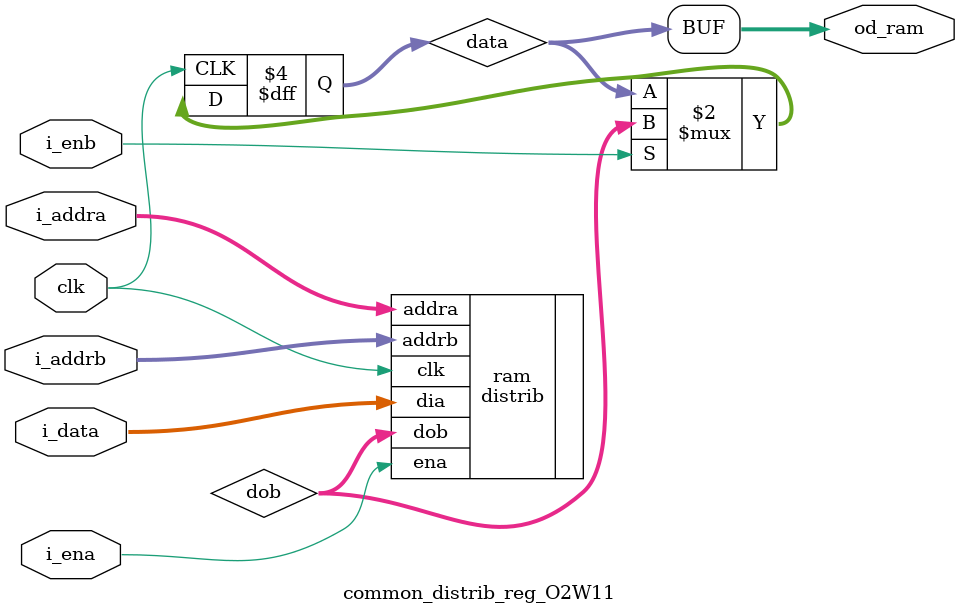
<source format=sv>
`timescale 100ps/100ps

(* keep_hierarchy = "yes" *) module common_distrib_reg_O2W11 (
    input  bit clk,
    input  bit i_ena,
    input  bit [1:0] i_addra,
    input  bit [10:0] i_data,
    input  bit i_enb,
    input  bit [1:0] i_addrb,
    output bit [10:0] od_ram
);


///////////////////////////////////////////////////////////
///////////////////////////////////////////////////////////
bit [10:0] data;
bit [10:0] dob;

distrib #(
    .ORDER               (2),
    .WIDTH               (11))
ram (
    .clk                 (clk),
    .ena                 (i_ena),
    .addra               (i_addra),
    .dia                 (i_data),
    .addrb               (i_addrb),
    .dob                 (dob));


///////////////////////////////////////////////////////////
///////////////////////////////////////////////////////////
always_ff @(posedge clk)
begin
    if (i_enb) begin
        data <= dob;
    end
end
assign od_ram = data;

endmodule
</source>
